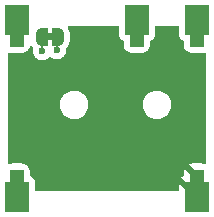
<source format=gbr>
%TF.GenerationSoftware,KiCad,Pcbnew,9.0.1+dfsg-1*%
%TF.CreationDate,2025-05-01T10:56:30+02:00*%
%TF.ProjectId,audio-jack,61756469-6f2d-46a6-9163-6b2e6b696361,rev?*%
%TF.SameCoordinates,Original*%
%TF.FileFunction,Copper,L2,Bot*%
%TF.FilePolarity,Positive*%
%FSLAX46Y46*%
G04 Gerber Fmt 4.6, Leading zero omitted, Abs format (unit mm)*
G04 Created by KiCad (PCBNEW 9.0.1+dfsg-1) date 2025-05-01 10:56:30*
%MOMM*%
%LPD*%
G01*
G04 APERTURE LIST*
G04 Aperture macros list*
%AMRoundRect*
0 Rectangle with rounded corners*
0 $1 Rounding radius*
0 $2 $3 $4 $5 $6 $7 $8 $9 X,Y pos of 4 corners*
0 Add a 4 corners polygon primitive as box body*
4,1,4,$2,$3,$4,$5,$6,$7,$8,$9,$2,$3,0*
0 Add four circle primitives for the rounded corners*
1,1,$1+$1,$2,$3*
1,1,$1+$1,$4,$5*
1,1,$1+$1,$6,$7*
1,1,$1+$1,$8,$9*
0 Add four rect primitives between the rounded corners*
20,1,$1+$1,$2,$3,$4,$5,0*
20,1,$1+$1,$4,$5,$6,$7,0*
20,1,$1+$1,$6,$7,$8,$9,0*
20,1,$1+$1,$8,$9,$2,$3,0*%
%AMFreePoly0*
4,1,23,0.500000,-0.750000,0.000000,-0.750000,0.000000,-0.745722,-0.065263,-0.745722,-0.191342,-0.711940,-0.304381,-0.646677,-0.396677,-0.554381,-0.461940,-0.441342,-0.495722,-0.315263,-0.495722,-0.250000,-0.500000,-0.250000,-0.500000,0.250000,-0.495722,0.250000,-0.495722,0.315263,-0.461940,0.441342,-0.396677,0.554381,-0.304381,0.646677,-0.191342,0.711940,-0.065263,0.745722,0.000000,0.745722,
0.000000,0.750000,0.500000,0.750000,0.500000,-0.750000,0.500000,-0.750000,$1*%
%AMFreePoly1*
4,1,23,0.000000,0.745722,0.065263,0.745722,0.191342,0.711940,0.304381,0.646677,0.396677,0.554381,0.461940,0.441342,0.495722,0.315263,0.495722,0.250000,0.500000,0.250000,0.500000,-0.250000,0.495722,-0.250000,0.495722,-0.315263,0.461940,-0.441342,0.396677,-0.554381,0.304381,-0.646677,0.191342,-0.711940,0.065263,-0.745722,0.000000,-0.745722,0.000000,-0.750000,-0.500000,-0.750000,
-0.500000,0.750000,0.000000,0.750000,0.000000,0.745722,0.000000,0.745722,$1*%
G04 Aperture macros list end*
%TA.AperFunction,EtchedComponent*%
%ADD10C,0.000000*%
%TD*%
%TA.AperFunction,CastellatedPad*%
%ADD11R,2.000000X2.540000*%
%TD*%
%TA.AperFunction,ComponentPad*%
%ADD12RoundRect,0.250000X-0.375000X0.375000X-0.375000X-0.375000X0.375000X-0.375000X0.375000X0.375000X0*%
%TD*%
%TA.AperFunction,SMDPad,CuDef*%
%ADD13FreePoly0,0.000000*%
%TD*%
%TA.AperFunction,SMDPad,CuDef*%
%ADD14FreePoly1,0.000000*%
%TD*%
%TA.AperFunction,ViaPad*%
%ADD15C,0.600000*%
%TD*%
%TA.AperFunction,Conductor*%
%ADD16C,0.200000*%
%TD*%
G04 APERTURE END LIST*
D10*
%TA.AperFunction,EtchedComponent*%
%TO.C,JP4*%
G36*
X42700000Y-31050000D02*
G01*
X42200000Y-31050000D01*
X42200000Y-30450000D01*
X42700000Y-30450000D01*
X42700000Y-31050000D01*
G37*
%TD.AperFunction*%
%TD*%
D11*
%TO.P,M1,1,VCC*%
%TO.N,unconnected-(M1-VCC-Pad1)*%
X39650000Y-44300000D03*
D12*
X39650000Y-42600000D03*
D11*
%TO.P,M1,7,GND*%
%TO.N,GND*%
X54890000Y-44300000D03*
D12*
X54890000Y-42600000D03*
%TO.P,M1,8*%
%TO.N,LEFT*%
X39650000Y-31000000D03*
D11*
X39650000Y-29300000D03*
D12*
%TO.P,M1,12*%
%TO.N,MIC*%
X49810000Y-31000000D03*
D11*
X49810000Y-29300000D03*
D12*
%TO.P,M1,14*%
%TO.N,RIGHT*%
X54890000Y-31000000D03*
D11*
X54890000Y-29300000D03*
%TD*%
D13*
%TO.P,JP4,1,A*%
%TO.N,LEFT*%
X41800000Y-30750000D03*
D14*
%TO.P,JP4,2,B*%
%TO.N,Net-(JP4-B)*%
X43100000Y-30750000D03*
%TD*%
D15*
%TO.N,Net-(JP4-B)*%
X43040000Y-31850000D03*
%TO.N,GND*%
X44370000Y-42160000D03*
%TO.N,LEFT*%
X41790000Y-31920000D03*
%TD*%
D16*
%TO.N,Net-(JP4-B)*%
X43040000Y-30810000D02*
X43100000Y-30750000D01*
X43040000Y-31850000D02*
X43040000Y-30810000D01*
%TO.N,LEFT*%
X41800000Y-30750000D02*
X41800000Y-31910000D01*
X41800000Y-31910000D02*
X41790000Y-31920000D01*
%TD*%
%TA.AperFunction,Conductor*%
%TO.N,GND*%
G36*
X48252540Y-29820185D02*
G01*
X48298295Y-29872989D01*
X48309501Y-29924500D01*
X48309501Y-30617876D01*
X48315908Y-30677483D01*
X48366202Y-30812328D01*
X48366206Y-30812335D01*
X48452452Y-30927544D01*
X48452455Y-30927547D01*
X48567664Y-31013793D01*
X48567669Y-31013796D01*
X48603832Y-31027284D01*
X48659766Y-31069154D01*
X48684184Y-31134618D01*
X48684500Y-31143466D01*
X48684500Y-31425000D01*
X48684501Y-31425019D01*
X48695000Y-31527796D01*
X48695001Y-31527799D01*
X48740283Y-31664449D01*
X48750186Y-31694334D01*
X48842288Y-31843656D01*
X48966344Y-31967712D01*
X49115666Y-32059814D01*
X49282203Y-32114999D01*
X49384991Y-32125500D01*
X50235008Y-32125499D01*
X50235016Y-32125498D01*
X50235019Y-32125498D01*
X50291302Y-32119748D01*
X50337797Y-32114999D01*
X50504334Y-32059814D01*
X50653656Y-31967712D01*
X50777712Y-31843656D01*
X50869814Y-31694334D01*
X50924999Y-31527797D01*
X50935500Y-31425009D01*
X50935499Y-31143465D01*
X50955183Y-31076427D01*
X51007987Y-31030672D01*
X51016149Y-31027290D01*
X51052331Y-31013796D01*
X51167546Y-30927546D01*
X51253796Y-30812331D01*
X51304091Y-30677483D01*
X51310500Y-30617873D01*
X51310500Y-29924500D01*
X51330185Y-29857461D01*
X51382989Y-29811706D01*
X51434500Y-29800500D01*
X53265501Y-29800500D01*
X53332540Y-29820185D01*
X53378295Y-29872989D01*
X53389501Y-29924500D01*
X53389501Y-30617876D01*
X53395908Y-30677483D01*
X53446202Y-30812328D01*
X53446206Y-30812335D01*
X53532452Y-30927544D01*
X53532455Y-30927547D01*
X53647664Y-31013793D01*
X53647669Y-31013796D01*
X53683832Y-31027284D01*
X53739766Y-31069154D01*
X53764184Y-31134618D01*
X53764500Y-31143466D01*
X53764500Y-31425000D01*
X53764501Y-31425019D01*
X53775000Y-31527796D01*
X53775001Y-31527799D01*
X53820283Y-31664449D01*
X53830186Y-31694334D01*
X53922288Y-31843656D01*
X54046344Y-31967712D01*
X54195666Y-32059814D01*
X54362203Y-32114999D01*
X54464991Y-32125500D01*
X55315008Y-32125499D01*
X55315016Y-32125498D01*
X55315019Y-32125498D01*
X55371302Y-32119748D01*
X55417797Y-32114999D01*
X55496498Y-32088919D01*
X55566323Y-32086518D01*
X55626365Y-32122249D01*
X55657558Y-32184769D01*
X55659500Y-32206626D01*
X55659500Y-41393900D01*
X55639815Y-41460939D01*
X55587011Y-41506694D01*
X55517853Y-41516638D01*
X55496496Y-41511606D01*
X55417697Y-41485494D01*
X55417690Y-41485493D01*
X55314980Y-41475000D01*
X54465028Y-41475000D01*
X54465012Y-41475001D01*
X54362302Y-41485494D01*
X54195878Y-41540642D01*
X54195873Y-41540644D01*
X54188651Y-41545098D01*
X54188650Y-41545099D01*
X54868551Y-42225000D01*
X54840630Y-42225000D01*
X54745255Y-42250556D01*
X54659745Y-42299925D01*
X54589925Y-42369745D01*
X54540556Y-42455255D01*
X54515000Y-42550630D01*
X54515000Y-42578551D01*
X53835099Y-41898650D01*
X53835098Y-41898651D01*
X53830644Y-41905873D01*
X53830642Y-41905877D01*
X53775494Y-42072302D01*
X53775493Y-42072309D01*
X53765000Y-42175013D01*
X53765000Y-42456880D01*
X53745315Y-42523919D01*
X53692511Y-42569674D01*
X53684335Y-42573061D01*
X53647910Y-42586647D01*
X53580592Y-42637041D01*
X54411445Y-43467894D01*
X54307437Y-43571903D01*
X54225359Y-43694742D01*
X54181966Y-43799500D01*
X54087310Y-43799500D01*
X54020271Y-43779815D01*
X53999629Y-43763181D01*
X53390000Y-43153551D01*
X53390000Y-43675500D01*
X53370315Y-43742539D01*
X53317511Y-43788294D01*
X53266000Y-43799500D01*
X41274499Y-43799500D01*
X41207460Y-43779815D01*
X41161705Y-43727011D01*
X41150499Y-43675500D01*
X41150499Y-42982129D01*
X41150498Y-42982123D01*
X41149732Y-42975000D01*
X41144091Y-42922517D01*
X41093796Y-42787669D01*
X41093795Y-42787668D01*
X41093793Y-42787664D01*
X41007547Y-42672455D01*
X41007544Y-42672452D01*
X40892334Y-42586205D01*
X40892332Y-42586204D01*
X40856164Y-42572714D01*
X40800231Y-42530842D01*
X40775815Y-42465377D01*
X40775499Y-42456533D01*
X40775499Y-42174998D01*
X40775498Y-42174981D01*
X40764999Y-42072203D01*
X40764998Y-42072200D01*
X40709814Y-41905666D01*
X40617712Y-41756344D01*
X40493656Y-41632288D01*
X40400888Y-41575069D01*
X40344336Y-41540187D01*
X40344331Y-41540185D01*
X40342862Y-41539698D01*
X40177797Y-41485001D01*
X40177795Y-41485000D01*
X40075010Y-41474500D01*
X39224998Y-41474500D01*
X39224980Y-41474501D01*
X39122203Y-41485000D01*
X39122200Y-41485001D01*
X39043504Y-41511079D01*
X38973676Y-41513481D01*
X38913634Y-41477749D01*
X38882441Y-41415229D01*
X38880500Y-41393373D01*
X38880500Y-36405513D01*
X43299500Y-36405513D01*
X43299500Y-36594486D01*
X43329059Y-36781118D01*
X43387454Y-36960836D01*
X43473240Y-37129199D01*
X43584310Y-37282073D01*
X43717927Y-37415690D01*
X43870801Y-37526760D01*
X43950347Y-37567290D01*
X44039163Y-37612545D01*
X44039165Y-37612545D01*
X44039168Y-37612547D01*
X44135497Y-37643846D01*
X44218881Y-37670940D01*
X44405514Y-37700500D01*
X44405519Y-37700500D01*
X44594486Y-37700500D01*
X44781118Y-37670940D01*
X44960832Y-37612547D01*
X45129199Y-37526760D01*
X45282073Y-37415690D01*
X45415690Y-37282073D01*
X45526760Y-37129199D01*
X45612547Y-36960832D01*
X45670940Y-36781118D01*
X45700500Y-36594486D01*
X45700500Y-36405513D01*
X50299500Y-36405513D01*
X50299500Y-36594486D01*
X50329059Y-36781118D01*
X50387454Y-36960836D01*
X50473240Y-37129199D01*
X50584310Y-37282073D01*
X50717927Y-37415690D01*
X50870801Y-37526760D01*
X50950347Y-37567290D01*
X51039163Y-37612545D01*
X51039165Y-37612545D01*
X51039168Y-37612547D01*
X51135497Y-37643846D01*
X51218881Y-37670940D01*
X51405514Y-37700500D01*
X51405519Y-37700500D01*
X51594486Y-37700500D01*
X51781118Y-37670940D01*
X51960832Y-37612547D01*
X52129199Y-37526760D01*
X52282073Y-37415690D01*
X52415690Y-37282073D01*
X52526760Y-37129199D01*
X52612547Y-36960832D01*
X52670940Y-36781118D01*
X52700500Y-36594486D01*
X52700500Y-36405513D01*
X52670940Y-36218881D01*
X52612545Y-36039163D01*
X52526759Y-35870800D01*
X52415690Y-35717927D01*
X52282073Y-35584310D01*
X52129199Y-35473240D01*
X51960836Y-35387454D01*
X51781118Y-35329059D01*
X51594486Y-35299500D01*
X51594481Y-35299500D01*
X51405519Y-35299500D01*
X51405514Y-35299500D01*
X51218881Y-35329059D01*
X51039163Y-35387454D01*
X50870800Y-35473240D01*
X50783579Y-35536610D01*
X50717927Y-35584310D01*
X50717925Y-35584312D01*
X50717924Y-35584312D01*
X50584312Y-35717924D01*
X50584312Y-35717925D01*
X50584310Y-35717927D01*
X50536610Y-35783579D01*
X50473240Y-35870800D01*
X50387454Y-36039163D01*
X50329059Y-36218881D01*
X50299500Y-36405513D01*
X45700500Y-36405513D01*
X45670940Y-36218881D01*
X45612545Y-36039163D01*
X45526759Y-35870800D01*
X45415690Y-35717927D01*
X45282073Y-35584310D01*
X45129199Y-35473240D01*
X44960836Y-35387454D01*
X44781118Y-35329059D01*
X44594486Y-35299500D01*
X44594481Y-35299500D01*
X44405519Y-35299500D01*
X44405514Y-35299500D01*
X44218881Y-35329059D01*
X44039163Y-35387454D01*
X43870800Y-35473240D01*
X43783579Y-35536610D01*
X43717927Y-35584310D01*
X43717925Y-35584312D01*
X43717924Y-35584312D01*
X43584312Y-35717924D01*
X43584312Y-35717925D01*
X43584310Y-35717927D01*
X43536610Y-35783579D01*
X43473240Y-35870800D01*
X43387454Y-36039163D01*
X43329059Y-36218881D01*
X43299500Y-36405513D01*
X38880500Y-36405513D01*
X38880500Y-32206626D01*
X38900185Y-32139587D01*
X38952989Y-32093832D01*
X39022147Y-32083888D01*
X39043496Y-32088918D01*
X39122203Y-32114999D01*
X39224991Y-32125500D01*
X40075008Y-32125499D01*
X40075016Y-32125498D01*
X40075019Y-32125498D01*
X40131302Y-32119748D01*
X40177797Y-32114999D01*
X40344334Y-32059814D01*
X40493656Y-31967712D01*
X40617712Y-31843656D01*
X40709814Y-31694334D01*
X40743448Y-31592831D01*
X40749497Y-31584094D01*
X40751636Y-31573682D01*
X40769041Y-31555865D01*
X40783219Y-31535389D01*
X40793033Y-31531308D01*
X40800462Y-31523705D01*
X40824736Y-31518127D01*
X40847735Y-31508565D01*
X40858197Y-31510438D01*
X40868557Y-31508058D01*
X40891994Y-31516490D01*
X40916511Y-31520880D01*
X40926038Y-31528738D01*
X40934302Y-31531711D01*
X40952149Y-31550272D01*
X40959548Y-31556375D01*
X40962073Y-31559668D01*
X40962125Y-31559757D01*
X40993940Y-31601219D01*
X40994132Y-31601469D01*
X41007217Y-31635341D01*
X41019307Y-31666614D01*
X41019305Y-31666634D01*
X41019310Y-31666645D01*
X41019303Y-31666676D01*
X41017354Y-31701122D01*
X40989500Y-31841153D01*
X40989500Y-31998846D01*
X41020261Y-32153489D01*
X41020264Y-32153501D01*
X41080602Y-32299172D01*
X41080609Y-32299185D01*
X41168210Y-32430288D01*
X41168213Y-32430292D01*
X41279707Y-32541786D01*
X41279711Y-32541789D01*
X41410814Y-32629390D01*
X41410827Y-32629397D01*
X41556498Y-32689735D01*
X41556503Y-32689737D01*
X41711153Y-32720499D01*
X41711156Y-32720500D01*
X41711158Y-32720500D01*
X41868844Y-32720500D01*
X41868845Y-32720499D01*
X42023497Y-32689737D01*
X42169179Y-32629394D01*
X42300289Y-32541789D01*
X42362680Y-32479397D01*
X42424001Y-32445914D01*
X42493693Y-32450898D01*
X42524500Y-32468622D01*
X42524646Y-32468405D01*
X42527888Y-32470571D01*
X42529019Y-32471222D01*
X42529707Y-32471787D01*
X42660814Y-32559390D01*
X42660827Y-32559397D01*
X42806498Y-32619735D01*
X42806503Y-32619737D01*
X42961153Y-32650499D01*
X42961156Y-32650500D01*
X42961158Y-32650500D01*
X43118844Y-32650500D01*
X43118845Y-32650499D01*
X43273497Y-32619737D01*
X43419179Y-32559394D01*
X43550289Y-32471789D01*
X43661789Y-32360289D01*
X43749394Y-32229179D01*
X43809737Y-32083497D01*
X43840500Y-31928842D01*
X43840500Y-31771158D01*
X43838113Y-31759157D01*
X43844340Y-31689566D01*
X43861351Y-31659482D01*
X43937875Y-31559757D01*
X44003701Y-31445743D01*
X44054200Y-31323829D01*
X44088275Y-31196662D01*
X44105500Y-31065826D01*
X44105500Y-30434174D01*
X44088275Y-30303338D01*
X44054200Y-30176171D01*
X44003701Y-30054257D01*
X44003698Y-30054252D01*
X44003697Y-30054249D01*
X44003696Y-30054248D01*
X43964582Y-29986500D01*
X43948109Y-29918600D01*
X43970962Y-29852573D01*
X44025883Y-29809382D01*
X44071969Y-29800500D01*
X48185501Y-29800500D01*
X48252540Y-29820185D01*
G37*
%TD.AperFunction*%
%TD*%
M02*

</source>
